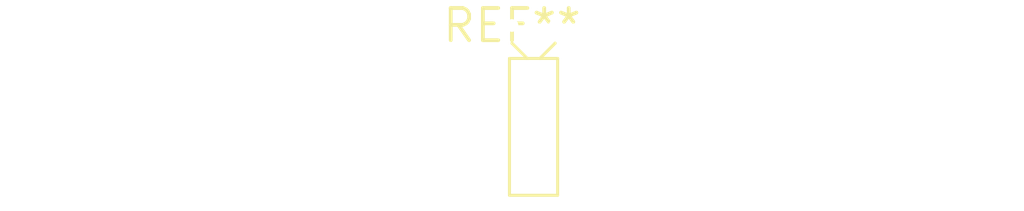
<source format=kicad_pcb>
(kicad_pcb (version 20240108) (generator pcbnew)
  (layers (0 "F.Cu" signal) (31 "B.Cu" signal) (34 "B.Paste" user) (35 "F.Paste" user) (36 "B.SilkS" user "B.Silkscreen") (37 "F.SilkS" user "F.Silkscreen") (38 "B.Mask" user) (39 "F.Mask" user) (44 "Edge.Cuts" user))
  (net 0 "")
  (footprint "Crystal_DS15_D1.5mm_L5.0mm_Horizontal" (layer "F.Cu") (at 0 0)
    (property "Reference" "REF**")
    (property "Value" "Crystal_DS15_D1.5mm_L5.0mm_Horizontal")
    (fp_line (start -0.1 1.3) (end -0.1 6.7) (layer "F.SilkS") (stroke (width 0.12)))
    (fp_line (start -0.1 6.7) (end 1.8 6.7) (layer "F.SilkS") (stroke (width 0.12)))
    (fp_line (start 0 0.7) (end 0 0.7) (layer "F.SilkS") (stroke (width 0.12)))
    (fp_line (start 0.6 1.3) (end 0 0.7) (layer "F.SilkS") (stroke (width 0.12)))
    (fp_line (start 1.1 1.3) (end 1.7 0.7) (layer "F.SilkS") (stroke (width 0.12)))
    (fp_line (start 1.7 0.7) (end 1.7 0.7) (layer "F.SilkS") (stroke (width 0.12)))
    (fp_line (start 1.8 1.3) (end -0.1 1.3) (layer "F.SilkS") (stroke (width 0.12)))
    (fp_line (start 1.8 6.7) (end 1.8 1.3) (layer "F.SilkS") (stroke (width 0.12)))
    (pad "1" thru_hole circle (at 0 0) (size 1 1) (drill 0.5) (layers *.Cu *.Mask) (remove_unused_layers))
    (pad "2" thru_hole circle (at 1.7 0) (size 1 1) (drill 0.5) (layers *.Cu *.Mask) (remove_unused_layers))
  )
)
</source>
